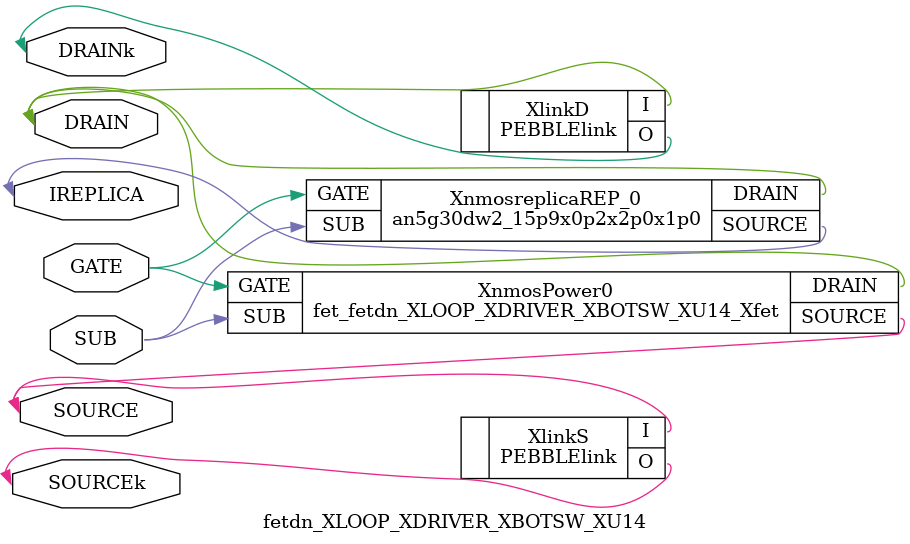
<source format=v>


module fet_fetdn_XLOOP_XDRIVER_XBOTSW_XU14_Xfet (GATE,SOURCE,DRAIN,SUB);
input GATE;
inout SOURCE;
inout DRAIN;
input SUB;
endmodule


//Celera Confidential Do Not Copy NMOS_REPLICA
module an5g30dw2_15p9x0p2x2p0x1p0 (DRAIN,GATE,SOURCE,SUB);
input GATE;
input SUB;
inout SOURCE;
inout DRAIN;
endmodule

//Celera Confidential Do Not Copy PEBBLElink
//Verilog HDL for "PEBBLES", "PEBBLElink" "functional"


module PEBBLElink ( I, O );

  inout I;
  inout O;
endmodule

//Celera Confidential Do Not Copy fetdn_XLOOP_XDRIVER_XBOTSW_XU14
//Celera Confidential Symbol Generator
//power NMOS:Ron:0.200 Ohm
//Vgs 6V Vds 30V
//Kelvin:yes

module fetdn_XLOOP_XDRIVER_XBOTSW_XU14 (GATE,SOURCE,DRAIN,SOURCEk,DRAINk,IREPLICA,SUB);
input GATE;
inout SOURCE;
inout DRAIN;
inout DRAINk;
inout SOURCEk;
input SUB;
inout IREPLICA;

//Celera Confidential Do Not Copy fet_fetdn_XLOOP_XDRIVER_XBOTSW_XU14_Xfet
fet_fetdn_XLOOP_XDRIVER_XBOTSW_XU14_Xfet XnmosPower0(
.DRAIN (DRAIN),
.GATE (GATE),
.SOURCE (SOURCE),
.SUB (SUB)
);
//,diesize,fet_fetdn_XLOOP_XDRIVER_XBOTSW_XU14_Xfet

//Celera Confidential Do Not Copy an5g30dw2_15p9x0p2x2p0x1p0
an5g30dw2_15p9x0p2x2p0x1p0 XnmosreplicaREP_0(
.DRAIN (DRAIN),
.GATE (GATE),
.SOURCE (IREPLICA),
.SUB (SUB)
);
//,diesize,an5g30dw2_15p9x0p2x2p0x1p0

//Celera Confidential Do Not Copy PEBBLElink
PEBBLElink XlinkD(
.I (DRAIN),
.O (DRAINk)
);
//,diesize,PEBBLElink

//Celera Confidential Do Not Copy PEBBLElink
PEBBLElink XlinkS(
.I (SOURCE),
.O (SOURCEk)
);
//,diesize,PEBBLElink

//Celera Confidential Do Not Copy Module End
//Celera Schematic Generator
endmodule

</source>
